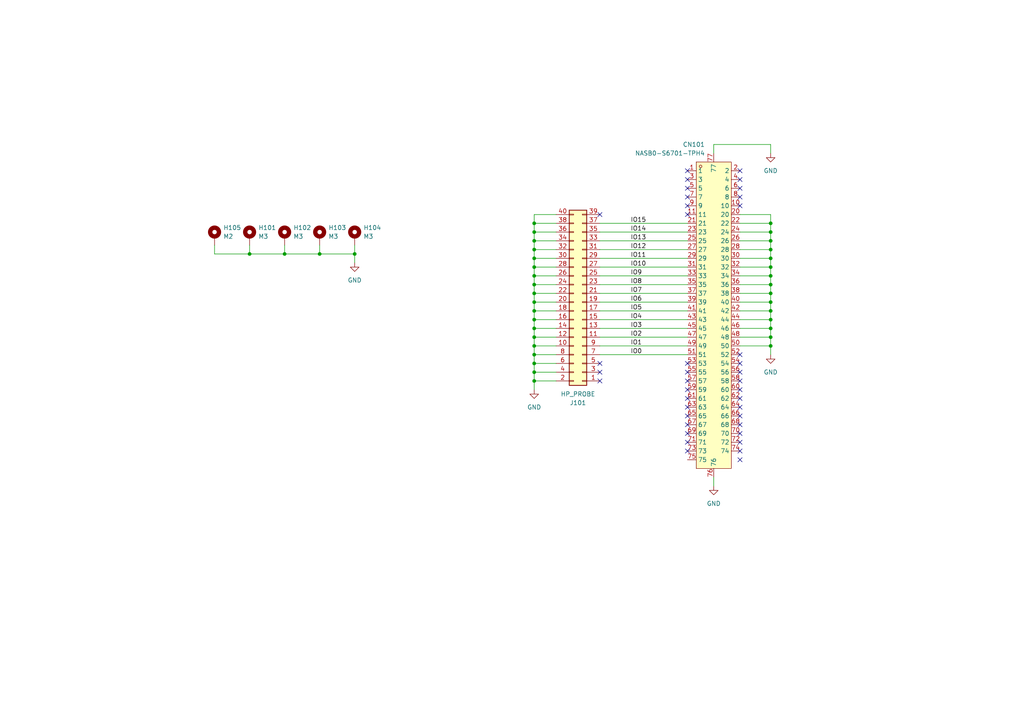
<source format=kicad_sch>
(kicad_sch (version 20230121) (generator eeschema)
  (paper "A4")
  (lib_symbols
    (symbol "Connector_Generic:Conn_02x20_Odd_Even" (pin_names (offset 1.016) hide)
      (property "Reference" "J" (at 1.27 25.4 0))
      (property "Value" "Conn_02x20_Odd_Even" (at 1.27 -27.94 0))
      (symbol "Conn_02x20_Odd_Even_1_1"
        (rectangle (start -1.27 -25.273) (end 0 -25.527) (stroke (width 0.1524)))
        (rectangle (start -1.27 -22.733) (end 0 -22.987) (stroke (width 0.1524)))
        (rectangle (start -1.27 -20.193) (end 0 -20.447) (stroke (width 0.1524)))
        (rectangle (start -1.27 -17.653) (end 0 -17.907) (stroke (width 0.1524)))
        (rectangle (start -1.27 -15.113) (end 0 -15.367) (stroke (width 0.1524)))
        (rectangle (start -1.27 -12.573) (end 0 -12.827) (stroke (width 0.1524)))
        (rectangle (start -1.27 -10.033) (end 0 -10.287) (stroke (width 0.1524)))
        (rectangle (start -1.27 -7.493) (end 0 -7.747) (stroke (width 0.1524)))
        (rectangle (start -1.27 -4.953) (end 0 -5.207) (stroke (width 0.1524)))
        (rectangle (start -1.27 -2.413) (end 0 -2.667) (stroke (width 0.1524)))
        (rectangle (start -1.27 0.127) (end 0 -0.127) (stroke (width 0.1524)))
        (rectangle (start -1.27 2.667) (end 0 2.413) (stroke (width 0.1524)))
        (rectangle (start -1.27 5.207) (end 0 4.953) (stroke (width 0.1524)))
        (rectangle (start -1.27 7.747) (end 0 7.493) (stroke (width 0.1524)))
        (rectangle (start -1.27 10.287) (end 0 10.033) (stroke (width 0.1524)))
        (rectangle (start -1.27 12.827) (end 0 12.573) (stroke (width 0.1524)))
        (rectangle (start -1.27 15.367) (end 0 15.113) (stroke (width 0.1524)))
        (rectangle (start -1.27 17.907) (end 0 17.653) (stroke (width 0.1524)))
        (rectangle (start -1.27 20.447) (end 0 20.193) (stroke (width 0.1524)))
        (rectangle (start -1.27 22.987) (end 0 22.733) (stroke (width 0.1524)))
        (rectangle (start -1.27 24.13) (end 3.81 -26.67) (stroke (width 0.254)) (fill (type background)))
        (rectangle (start 3.81 -25.273) (end 2.54 -25.527) (stroke (width 0.1524)))
        (rectangle (start 3.81 -22.733) (end 2.54 -22.987) (stroke (width 0.1524)))
        (rectangle (start 3.81 -20.193) (end 2.54 -20.447) (stroke (width 0.1524)))
        (rectangle (start 3.81 -17.653) (end 2.54 -17.907) (stroke (width 0.1524)))
        (rectangle (start 3.81 -15.113) (end 2.54 -15.367) (stroke (width 0.1524)))
        (rectangle (start 3.81 -12.573) (end 2.54 -12.827) (stroke (width 0.1524)))
        (rectangle (start 3.81 -10.033) (end 2.54 -10.287) (stroke (width 0.1524)))
        (rectangle (start 3.81 -7.493) (end 2.54 -7.747) (stroke (width 0.1524)))
        (rectangle (start 3.81 -4.953) (end 2.54 -5.207) (stroke (width 0.1524)))
        (rectangle (start 3.81 -2.413) (end 2.54 -2.667) (stroke (width 0.1524)))
        (rectangle (start 3.81 0.127) (end 2.54 -0.127) (stroke (width 0.1524)))
        (rectangle (start 3.81 2.667) (end 2.54 2.413) (stroke (width 0.1524)))
        (rectangle (start 3.81 5.207) (end 2.54 4.953) (stroke (width 0.1524)))
        (rectangle (start 3.81 7.747) (end 2.54 7.493) (stroke (width 0.1524)))
        (rectangle (start 3.81 10.287) (end 2.54 10.033) (stroke (width 0.1524)))
        (rectangle (start 3.81 12.827) (end 2.54 12.573) (stroke (width 0.1524)))
        (rectangle (start 3.81 15.367) (end 2.54 15.113) (stroke (width 0.1524)))
        (rectangle (start 3.81 17.907) (end 2.54 17.653) (stroke (width 0.1524)))
        (rectangle (start 3.81 20.447) (end 2.54 20.193) (stroke (width 0.1524)))
        (rectangle (start 3.81 22.987) (end 2.54 22.733) (stroke (width 0.1524)))
        (pin passive line (at -5.08 22.86 0) (length 3.81) (name "Pin_1") (number "1"))
        (pin passive line (at 7.62 12.7 180) (length 3.81) (name "Pin_10") (number "10"))
        (pin passive line (at -5.08 10.16 0) (length 3.81) (name "Pin_11") (number "11"))
        (pin passive line (at 7.62 10.16 180) (length 3.81) (name "Pin_12") (number "12"))
        (pin passive line (at -5.08 7.62 0) (length 3.81) (name "Pin_13") (number "13"))
        (pin passive line (at 7.62 7.62 180) (length 3.81) (name "Pin_14") (number "14"))
        (pin passive line (at -5.08 5.08 0) (length 3.81) (name "Pin_15") (number "15"))
        (pin passive line (at 7.62 5.08 180) (length 3.81) (name "Pin_16") (number "16"))
        (pin passive line (at -5.08 2.54 0) (length 3.81) (name "Pin_17") (number "17"))
        (pin passive line (at 7.62 2.54 180) (length 3.81) (name "Pin_18") (number "18"))
        (pin passive line (at -5.08 0 0) (length 3.81) (name "Pin_19") (number "19"))
        (pin passive line (at 7.62 22.86 180) (length 3.81) (name "Pin_2") (number "2"))
        (pin passive line (at 7.62 0 180) (length 3.81) (name "Pin_20") (number "20"))
        (pin passive line (at -5.08 -2.54 0) (length 3.81) (name "Pin_21") (number "21"))
        (pin passive line (at 7.62 -2.54 180) (length 3.81) (name "Pin_22") (number "22"))
        (pin passive line (at -5.08 -5.08 0) (length 3.81) (name "Pin_23") (number "23"))
        (pin passive line (at 7.62 -5.08 180) (length 3.81) (name "Pin_24") (number "24"))
        (pin passive line (at -5.08 -7.62 0) (length 3.81) (name "Pin_25") (number "25"))
        (pin passive line (at 7.62 -7.62 180) (length 3.81) (name "Pin_26") (number "26"))
        (pin passive line (at -5.08 -10.16 0) (length 3.81) (name "Pin_27") (number "27"))
        (pin passive line (at 7.62 -10.16 180) (length 3.81) (name "Pin_28") (number "28"))
        (pin passive line (at -5.08 -12.7 0) (length 3.81) (name "Pin_29") (number "29"))
        (pin passive line (at -5.08 20.32 0) (length 3.81) (name "Pin_3") (number "3"))
        (pin passive line (at 7.62 -12.7 180) (length 3.81) (name "Pin_30") (number "30"))
        (pin passive line (at -5.08 -15.24 0) (length 3.81) (name "Pin_31") (number "31"))
        (pin passive line (at 7.62 -15.24 180) (length 3.81) (name "Pin_32") (number "32"))
        (pin passive line (at -5.08 -17.78 0) (length 3.81) (name "Pin_33") (number "33"))
        (pin passive line (at 7.62 -17.78 180) (length 3.81) (name "Pin_34") (number "34"))
        (pin passive line (at -5.08 -20.32 0) (length 3.81) (name "Pin_35") (number "35"))
        (pin passive line (at 7.62 -20.32 180) (length 3.81) (name "Pin_36") (number "36"))
        (pin passive line (at -5.08 -22.86 0) (length 3.81) (name "Pin_37") (number "37"))
        (pin passive line (at 7.62 -22.86 180) (length 3.81) (name "Pin_38") (number "38"))
        (pin passive line (at -5.08 -25.4 0) (length 3.81) (name "Pin_39") (number "39"))
        (pin passive line (at 7.62 20.32 180) (length 3.81) (name "Pin_4") (number "4"))
        (pin passive line (at 7.62 -25.4 180) (length 3.81) (name "Pin_40") (number "40"))
        (pin passive line (at -5.08 17.78 0) (length 3.81) (name "Pin_5") (number "5"))
        (pin passive line (at 7.62 17.78 180) (length 3.81) (name "Pin_6") (number "6"))
        (pin passive line (at -5.08 15.24 0) (length 3.81) (name "Pin_7") (number "7"))
        (pin passive line (at 7.62 15.24 180) (length 3.81) (name "Pin_8") (number "8"))
        (pin passive line (at -5.08 12.7 0) (length 3.81) (name "Pin_9") (number "9"))
      )
    )
    (symbol "Mechanical:MountingHole_Pad" (pin_numbers hide) (pin_names (offset 1.016) hide)
      (property "Reference" "H" (at 0 6.35 0))
      (property "Value" "MountingHole_Pad" (at 0 4.445 0))
      (symbol "MountingHole_Pad_0_1"
        (circle (center 0 1.27) (radius 1.27) (stroke (width 1.27)))
      )
      (symbol "MountingHole_Pad_1_1"
        (pin input line (at 0 -2.54 90) (length 2.54) (name "1") (number "1"))
      )
    )
    (symbol "easyeda2kicad:NASB0-S6701-TPH4"
      (property "Reference" "CN" (at 0 53.34 0))
      (property "Value" "NASB0-S6701-TPH4" (at 0 -50.8 0))
      (symbol "NASB0-S6701-TPH4_0_1"
        (rectangle (start -5.08 45.72) (end 5.08 -43.18) (fill (type background)))
        (circle (center -3.81 44.45) (radius 0.38))
        (pin unspecified line (at -7.62 43.18 0) (length 2.54) (name "1") (number "1"))
        (pin unspecified line (at 7.62 33.02 180) (length 2.54) (name "10") (number "10"))
        (pin unspecified line (at -7.62 30.48 0) (length 2.54) (name "11") (number "11"))
        (pin unspecified line (at 7.62 43.18 180) (length 2.54) (name "2") (number "2"))
        (pin unspecified line (at 7.62 30.48 180) (length 2.54) (name "20") (number "20"))
        (pin unspecified line (at -7.62 27.94 0) (length 2.54) (name "21") (number "21"))
        (pin unspecified line (at 7.62 27.94 180) (length 2.54) (name "22") (number "22"))
        (pin unspecified line (at -7.62 25.4 0) (length 2.54) (name "23") (number "23"))
        (pin unspecified line (at 7.62 25.4 180) (length 2.54) (name "24") (number "24"))
        (pin unspecified line (at -7.62 22.86 0) (length 2.54) (name "25") (number "25"))
        (pin unspecified line (at 7.62 22.86 180) (length 2.54) (name "26") (number "26"))
        (pin unspecified line (at -7.62 20.32 0) (length 2.54) (name "27") (number "27"))
        (pin unspecified line (at 7.62 20.32 180) (length 2.54) (name "28") (number "28"))
        (pin unspecified line (at -7.62 17.78 0) (length 2.54) (name "29") (number "29"))
        (pin unspecified line (at -7.62 40.64 0) (length 2.54) (name "3") (number "3"))
        (pin unspecified line (at 7.62 17.78 180) (length 2.54) (name "30") (number "30"))
        (pin unspecified line (at -7.62 15.24 0) (length 2.54) (name "31") (number "31"))
        (pin unspecified line (at 7.62 15.24 180) (length 2.54) (name "32") (number "32"))
        (pin unspecified line (at -7.62 12.7 0) (length 2.54) (name "33") (number "33"))
        (pin unspecified line (at 7.62 12.7 180) (length 2.54) (name "34") (number "34"))
        (pin unspecified line (at -7.62 10.16 0) (length 2.54) (name "35") (number "35"))
        (pin unspecified line (at 7.62 10.16 180) (length 2.54) (name "36") (number "36"))
        (pin unspecified line (at -7.62 7.62 0) (length 2.54) (name "37") (number "37"))
        (pin unspecified line (at 7.62 7.62 180) (length 2.54) (name "38") (number "38"))
        (pin unspecified line (at -7.62 5.08 0) (length 2.54) (name "39") (number "39"))
        (pin unspecified line (at 7.62 40.64 180) (length 2.54) (name "4") (number "4"))
        (pin unspecified line (at 7.62 5.08 180) (length 2.54) (name "40") (number "40"))
        (pin unspecified line (at -7.62 2.54 0) (length 2.54) (name "41") (number "41"))
        (pin unspecified line (at 7.62 2.54 180) (length 2.54) (name "42") (number "42"))
        (pin unspecified line (at -7.62 0 0) (length 2.54) (name "43") (number "43"))
        (pin unspecified line (at 7.62 0 180) (length 2.54) (name "44") (number "44"))
        (pin unspecified line (at -7.62 -2.54 0) (length 2.54) (name "45") (number "45"))
        (pin unspecified line (at 7.62 -2.54 180) (length 2.54) (name "46") (number "46"))
        (pin unspecified line (at -7.62 -5.08 0) (length 2.54) (name "47") (number "47"))
        (pin unspecified line (at 7.62 -5.08 180) (length 2.54) (name "48") (number "48"))
        (pin unspecified line (at -7.62 -7.62 0) (length 2.54) (name "49") (number "49"))
        (pin unspecified line (at -7.62 38.1 0) (length 2.54) (name "5") (number "5"))
        (pin unspecified line (at 7.62 -7.62 180) (length 2.54) (name "50") (number "50"))
        (pin unspecified line (at -7.62 -10.16 0) (length 2.54) (name "51") (number "51"))
        (pin unspecified line (at 7.62 -10.16 180) (length 2.54) (name "52") (number "52"))
        (pin unspecified line (at -7.62 -12.7 0) (length 2.54) (name "53") (number "53"))
        (pin unspecified line (at 7.62 -12.7 180) (length 2.54) (name "54") (number "54"))
        (pin unspecified line (at -7.62 -15.24 0) (length 2.54) (name "55") (number "55"))
        (pin unspecified line (at 7.62 -15.24 180) (length 2.54) (name "56") (number "56"))
        (pin unspecified line (at -7.62 -17.78 0) (length 2.54) (name "57") (number "57"))
        (pin unspecified line (at 7.62 -17.78 180) (length 2.54) (name "58") (number "58"))
        (pin unspecified line (at -7.62 -20.32 0) (length 2.54) (name "59") (number "59"))
        (pin unspecified line (at 7.62 38.1 180) (length 2.54) (name "6") (number "6"))
        (pin unspecified line (at 7.62 -20.32 180) (length 2.54) (name "60") (number "60"))
        (pin unspecified line (at -7.62 -22.86 0) (length 2.54) (name "61") (number "61"))
        (pin unspecified line (at 7.62 -22.86 180) (length 2.54) (name "62") (number "62"))
        (pin unspecified line (at -7.62 -25.4 0) (length 2.54) (name "63") (number "63"))
        (pin unspecified line (at 7.62 -25.4 180) (length 2.54) (name "64") (number "64"))
        (pin unspecified line (at -7.62 -27.94 0) (length 2.54) (name "65") (number "65"))
        (pin unspecified line (at 7.62 -27.94 180) (length 2.54) (name "66") (number "66"))
        (pin unspecified line (at -7.62 -30.48 0) (length 2.54) (name "67") (number "67"))
        (pin unspecified line (at 7.62 -30.48 180) (length 2.54) (name "68") (number "68"))
        (pin unspecified line (at -7.62 -33.02 0) (length 2.54) (name "69") (number "69"))
        (pin unspecified line (at -7.62 35.56 0) (length 2.54) (name "7") (number "7"))
        (pin unspecified line (at 7.62 -33.02 180) (length 2.54) (name "70") (number "70"))
        (pin unspecified line (at -7.62 -35.56 0) (length 2.54) (name "71") (number "71"))
        (pin unspecified line (at 7.62 -35.56 180) (length 2.54) (name "72") (number "72"))
        (pin unspecified line (at -7.62 -38.1 0) (length 2.54) (name "73") (number "73"))
        (pin unspecified line (at 7.62 -38.1 180) (length 2.54) (name "74") (number "74"))
        (pin unspecified line (at -7.62 -40.64 0) (length 2.54) (name "75") (number "75"))
        (pin unspecified line (at 0 -45.72 90) (length 2.54) (name "76") (number "76"))
        (pin unspecified line (at 0 48.26 270) (length 2.54) (name "77") (number "77"))
        (pin unspecified line (at 7.62 35.56 180) (length 2.54) (name "8") (number "8"))
        (pin unspecified line (at -7.62 33.02 0) (length 2.54) (name "9") (number "9"))
      )
    )
    (symbol "power:GND" (power) (pin_names (offset 0))
      (property "Value" "GND" (at 0 -3.81 0))
      (symbol "GND_0_1"
        (polyline (pts (xy 0 0) (xy 0 -1.27) (xy 1.27 -1.27) (xy 0 -2.54) (xy -1.27 -1.27) (xy 0 -1.27)))
      )
      (symbol "GND_1_1"
        (pin power_in line (at 0 0 270) (length 0) hide (name "GND") (number "1"))
      )
    )
  )
  (junction (at 223.52 64.77))
  (junction (at 223.52 90.17))
  (junction (at 154.94 87.63))
  (junction (at 102.87 73.66))
  (junction (at 154.94 92.71))
  (junction (at 154.94 77.47))
  (junction (at 154.94 67.31))
  (junction (at 154.94 95.25))
  (junction (at 92.71 73.66))
  (junction (at 223.52 67.31))
  (junction (at 223.52 74.93))
  (junction (at 154.94 85.09))
  (junction (at 223.52 85.09))
  (junction (at 154.94 64.77))
  (junction (at 154.94 97.79))
  (junction (at 82.55 73.66))
  (junction (at 223.52 87.63))
  (junction (at 154.94 82.55))
  (junction (at 223.52 77.47))
  (junction (at 223.52 82.55))
  (junction (at 154.94 74.93))
  (junction (at 223.52 100.33))
  (junction (at 154.94 69.85))
  (junction (at 154.94 110.49))
  (junction (at 223.52 92.71))
  (junction (at 223.52 95.25))
  (junction (at 154.94 107.95))
  (junction (at 154.94 105.41))
  (junction (at 223.52 72.39))
  (junction (at 154.94 100.33))
  (junction (at 154.94 102.87))
  (junction (at 154.94 90.17))
  (junction (at 223.52 80.01))
  (junction (at 154.94 72.39))
  (junction (at 223.52 69.85))
  (junction (at 154.94 80.01))
  (junction (at 72.39 73.66))
  (junction (at 223.52 97.79))
  (no_connect (at 214.63 52.07))
  (no_connect (at 214.63 120.65))
  (no_connect (at 199.39 113.03))
  (no_connect (at 199.39 118.11))
  (no_connect (at 214.63 54.61))
  (no_connect (at 173.99 107.95))
  (no_connect (at 214.63 59.69))
  (no_connect (at 214.63 57.15))
  (no_connect (at 214.63 102.87))
  (no_connect (at 214.63 125.73))
  (no_connect (at 214.63 105.41))
  (no_connect (at 214.63 107.95))
  (no_connect (at 199.39 123.19))
  (no_connect (at 214.63 115.57))
  (no_connect (at 199.39 115.57))
  (no_connect (at 199.39 52.07))
  (no_connect (at 214.63 118.11))
  (no_connect (at 199.39 130.81))
  (no_connect (at 199.39 59.69))
  (no_connect (at 173.99 62.23))
  (no_connect (at 199.39 120.65))
  (no_connect (at 199.39 105.41))
  (no_connect (at 199.39 125.73))
  (no_connect (at 199.39 107.95))
  (no_connect (at 214.63 110.49))
  (no_connect (at 199.39 110.49))
  (no_connect (at 199.39 128.27))
  (no_connect (at 214.63 49.53))
  (no_connect (at 214.63 133.35))
  (no_connect (at 214.63 123.19))
  (no_connect (at 214.63 130.81))
  (no_connect (at 214.63 113.03))
  (no_connect (at 199.39 49.53))
  (no_connect (at 199.39 62.23))
  (no_connect (at 214.63 128.27))
  (no_connect (at 199.39 57.15))
  (no_connect (at 173.99 105.41))
  (no_connect (at 199.39 54.61))
  (no_connect (at 173.99 110.49))
  (wire (pts (xy 223.52 90.17) (xy 223.52 92.71)))
  (wire (pts (xy 214.63 67.31) (xy 223.52 67.31)))
  (wire (pts (xy 214.63 97.79) (xy 223.52 97.79)))
  (wire (pts (xy 154.94 64.77) (xy 161.29 64.77)))
  (wire (pts (xy 154.94 110.49) (xy 161.29 110.49)))
  (wire (pts (xy 223.52 87.63) (xy 223.52 90.17)))
  (wire (pts (xy 173.99 67.31) (xy 199.39 67.31)))
  (wire (pts (xy 92.71 73.66) (xy 102.87 73.66)))
  (wire (pts (xy 154.94 80.01) (xy 161.29 80.01)))
  (wire (pts (xy 173.99 90.17) (xy 199.39 90.17)))
  (wire (pts (xy 223.52 97.79) (xy 223.52 100.33)))
  (wire (pts (xy 173.99 69.85) (xy 199.39 69.85)))
  (wire (pts (xy 62.23 71.12) (xy 62.23 73.66)))
  (wire (pts (xy 173.99 74.93) (xy 199.39 74.93)))
  (wire (pts (xy 173.99 87.63) (xy 199.39 87.63)))
  (wire (pts (xy 207.01 44.45) (xy 207.01 41.91)))
  (wire (pts (xy 154.94 95.25) (xy 161.29 95.25)))
  (wire (pts (xy 214.63 92.71) (xy 223.52 92.71)))
  (wire (pts (xy 214.63 77.47) (xy 223.52 77.47)))
  (wire (pts (xy 154.94 90.17) (xy 161.29 90.17)))
  (wire (pts (xy 154.94 105.41) (xy 161.29 105.41)))
  (wire (pts (xy 102.87 71.12) (xy 102.87 73.66)))
  (wire (pts (xy 214.63 80.01) (xy 223.52 80.01)))
  (wire (pts (xy 214.63 72.39) (xy 223.52 72.39)))
  (wire (pts (xy 154.94 72.39) (xy 161.29 72.39)))
  (wire (pts (xy 223.52 92.71) (xy 223.52 95.25)))
  (wire (pts (xy 173.99 85.09) (xy 199.39 85.09)))
  (wire (pts (xy 173.99 95.25) (xy 199.39 95.25)))
  (wire (pts (xy 154.94 87.63) (xy 154.94 90.17)))
  (wire (pts (xy 154.94 107.95) (xy 154.94 110.49)))
  (wire (pts (xy 207.01 138.43) (xy 207.01 140.97)))
  (wire (pts (xy 72.39 73.66) (xy 82.55 73.66)))
  (wire (pts (xy 161.29 62.23) (xy 154.94 62.23)))
  (wire (pts (xy 154.94 64.77) (xy 154.94 67.31)))
  (wire (pts (xy 223.52 69.85) (xy 223.52 72.39)))
  (wire (pts (xy 154.94 62.23) (xy 154.94 64.77)))
  (wire (pts (xy 154.94 107.95) (xy 161.29 107.95)))
  (wire (pts (xy 154.94 92.71) (xy 154.94 95.25)))
  (wire (pts (xy 154.94 102.87) (xy 154.94 105.41)))
  (wire (pts (xy 173.99 64.77) (xy 199.39 64.77)))
  (wire (pts (xy 173.99 80.01) (xy 199.39 80.01)))
  (wire (pts (xy 154.94 80.01) (xy 154.94 82.55)))
  (wire (pts (xy 154.94 74.93) (xy 154.94 77.47)))
  (wire (pts (xy 207.01 41.91) (xy 223.52 41.91)))
  (wire (pts (xy 214.63 85.09) (xy 223.52 85.09)))
  (wire (pts (xy 173.99 77.47) (xy 199.39 77.47)))
  (wire (pts (xy 214.63 82.55) (xy 223.52 82.55)))
  (wire (pts (xy 173.99 82.55) (xy 199.39 82.55)))
  (wire (pts (xy 214.63 62.23) (xy 223.52 62.23)))
  (wire (pts (xy 92.71 71.12) (xy 92.71 73.66)))
  (wire (pts (xy 214.63 74.93) (xy 223.52 74.93)))
  (wire (pts (xy 154.94 110.49) (xy 154.94 113.03)))
  (wire (pts (xy 154.94 82.55) (xy 154.94 85.09)))
  (wire (pts (xy 223.52 85.09) (xy 223.52 87.63)))
  (wire (pts (xy 173.99 102.87) (xy 199.39 102.87)))
  (wire (pts (xy 214.63 69.85) (xy 223.52 69.85)))
  (wire (pts (xy 82.55 73.66) (xy 92.71 73.66)))
  (wire (pts (xy 154.94 95.25) (xy 154.94 97.79)))
  (wire (pts (xy 223.52 74.93) (xy 223.52 77.47)))
  (wire (pts (xy 223.52 72.39) (xy 223.52 74.93)))
  (wire (pts (xy 154.94 102.87) (xy 161.29 102.87)))
  (wire (pts (xy 173.99 100.33) (xy 199.39 100.33)))
  (wire (pts (xy 154.94 85.09) (xy 161.29 85.09)))
  (wire (pts (xy 154.94 67.31) (xy 161.29 67.31)))
  (wire (pts (xy 223.52 62.23) (xy 223.52 64.77)))
  (wire (pts (xy 154.94 97.79) (xy 154.94 100.33)))
  (wire (pts (xy 154.94 85.09) (xy 154.94 87.63)))
  (wire (pts (xy 223.52 77.47) (xy 223.52 80.01)))
  (wire (pts (xy 214.63 87.63) (xy 223.52 87.63)))
  (wire (pts (xy 154.94 67.31) (xy 154.94 69.85)))
  (wire (pts (xy 223.52 95.25) (xy 223.52 97.79)))
  (wire (pts (xy 154.94 97.79) (xy 161.29 97.79)))
  (wire (pts (xy 62.23 73.66) (xy 72.39 73.66)))
  (wire (pts (xy 154.94 82.55) (xy 161.29 82.55)))
  (wire (pts (xy 154.94 100.33) (xy 154.94 102.87)))
  (wire (pts (xy 154.94 87.63) (xy 161.29 87.63)))
  (wire (pts (xy 223.52 64.77) (xy 223.52 67.31)))
  (wire (pts (xy 173.99 72.39) (xy 199.39 72.39)))
  (wire (pts (xy 223.52 80.01) (xy 223.52 82.55)))
  (wire (pts (xy 154.94 69.85) (xy 154.94 72.39)))
  (wire (pts (xy 154.94 77.47) (xy 154.94 80.01)))
  (wire (pts (xy 173.99 92.71) (xy 199.39 92.71)))
  (wire (pts (xy 214.63 64.77) (xy 223.52 64.77)))
  (wire (pts (xy 154.94 90.17) (xy 154.94 92.71)))
  (wire (pts (xy 223.52 82.55) (xy 223.52 85.09)))
  (wire (pts (xy 173.99 97.79) (xy 199.39 97.79)))
  (wire (pts (xy 154.94 72.39) (xy 154.94 74.93)))
  (wire (pts (xy 154.94 77.47) (xy 161.29 77.47)))
  (wire (pts (xy 214.63 90.17) (xy 223.52 90.17)))
  (wire (pts (xy 154.94 92.71) (xy 161.29 92.71)))
  (wire (pts (xy 154.94 105.41) (xy 154.94 107.95)))
  (wire (pts (xy 223.52 67.31) (xy 223.52 69.85)))
  (wire (pts (xy 102.87 73.66) (xy 102.87 76.2)))
  (wire (pts (xy 154.94 100.33) (xy 161.29 100.33)))
  (wire (pts (xy 214.63 95.25) (xy 223.52 95.25)))
  (wire (pts (xy 214.63 100.33) (xy 223.52 100.33)))
  (wire (pts (xy 154.94 69.85) (xy 161.29 69.85)))
  (wire (pts (xy 154.94 74.93) (xy 161.29 74.93)))
  (wire (pts (xy 82.55 71.12) (xy 82.55 73.66)))
  (wire (pts (xy 223.52 100.33) (xy 223.52 102.87)))
  (wire (pts (xy 72.39 71.12) (xy 72.39 73.66)))
  (wire (pts (xy 223.52 41.91) (xy 223.52 44.45)))
  (label "IO10" (at 182.88 77.47 0))
  (label "IO14" (at 182.88 67.31 0))
  (label "IO1" (at 182.88 100.33 0))
  (label "IO13" (at 182.88 69.85 0))
  (label "IO3" (at 182.88 95.25 0))
  (label "IO11" (at 182.88 74.93 0))
  (label "IO7" (at 182.88 85.09 0))
  (label "IO6" (at 182.88 87.63 0))
  (label "IO9" (at 182.88 80.01 0))
  (label "IO15" (at 182.88 64.77 0))
  (label "IO12" (at 182.88 72.39 0))
  (label "IO0" (at 182.88 102.87 0))
  (label "IO2" (at 182.88 97.79 0))
  (label "IO8" (at 182.88 82.55 0))
  (label "IO5" (at 182.88 90.17 0))
  (label "IO4" (at 182.88 92.71 0))
  (symbol (lib_id "power:GND") (at 223.52 44.45 0) (unit 1)
    (property "Reference" "#PWR0108" (effects hide))
    (property "Value" "GND" (at 223.52 49.53 0))
  )
  (symbol (lib_id "power:GND") (at 102.87 76.2 0) (unit 1)
    (property "Reference" "#PWR0106" (effects hide))
    (property "Value" "GND" (at 102.87 81.28 0))
  )
  (symbol (lib_id "power:GND") (at 223.52 102.87 0) (unit 1)
    (property "Reference" "#PWR0101" (effects hide))
    (property "Value" "GND" (at 223.52 107.95 0))
  )
  (symbol (lib_id "easyeda2kicad:NASB0-S6701-TPH4") (at 207.01 92.71 0) (unit 1)
    (property "Reference" "CN101" (at 204.47 41.91 0) (effects (justify right)))
    (property "Value" "NASB0-S6701-TPH4" (at 204.47 44.45 0) (effects (justify right)))
    (property "Footprint" "easyeda2kicad:CONN-SMD_NXSB0-S67XX-XXH4" (effects hide))
    (property "Datasheet" "https://lcsc.com/product-detail/Card-Edge-Connectors_Argosy-Research-Inc-NASB0-S6701-TPH4_C367030.html" (effects hide))
    (property "LCSC Part" "C367030" (effects hide))
  )
  (symbol (lib_id "power:GND") (at 207.01 140.97 0) (unit 1)
    (property "Reference" "#PWR0107" (effects hide))
    (property "Value" "GND" (at 207.01 146.05 0))
  )
  (symbol (lib_id "Mechanical:MountingHole_Pad") (at 62.23 68.58 0) (unit 1)
    (property "Reference" "H105" (at 64.77 66.04 0) (effects (justify left)))
    (property "Value" "M2" (at 64.77 68.58 0) (effects (justify left)))
    (property "Footprint" "MountingHole:MountingHole_2.2mm_M2_DIN965_Pad" (effects hide))
  )
  (symbol (lib_id "Mechanical:MountingHole_Pad") (at 102.87 68.58 0) (unit 1)
    (property "Reference" "H104" (at 105.41 66.04 0) (effects (justify left)))
    (property "Value" "M3" (at 105.41 68.58 0) (effects (justify left)))
    (property "Footprint" "MountingHole:MountingHole_3mm_Pad" (effects hide))
  )
  (symbol (lib_id "power:GND") (at 154.94 113.03 0) (unit 1)
    (property "Reference" "#PWR0102" (effects hide))
    (property "Value" "GND" (at 154.94 118.11 0))
  )
  (symbol (lib_id "Mechanical:MountingHole_Pad") (at 82.55 68.58 0) (unit 1)
    (property "Reference" "H102" (at 85.09 66.04 0) (effects (justify left)))
    (property "Value" "M3" (at 85.09 68.58 0) (effects (justify left)))
    (property "Footprint" "MountingHole:MountingHole_3mm_Pad" (effects hide))
  )
  (symbol (lib_id "Mechanical:MountingHole_Pad") (at 72.39 68.58 0) (unit 1)
    (property "Reference" "H101" (at 74.93 66.04 0) (effects (justify left)))
    (property "Value" "M3" (at 74.93 68.58 0) (effects (justify left)))
    (property "Footprint" "MountingHole:MountingHole_3mm_Pad" (effects hide))
  )
  (symbol (lib_id "Connector_Generic:Conn_02x20_Odd_Even") (at 168.91 87.63 180) (unit 1)
    (property "Reference" "J101" (at 167.64 116.84 0))
    (property "Value" "HP_PROBE" (at 167.64 114.3 0))
    (property "Footprint" "Connector_IDC:IDC-Header_2x20_P2.54mm_Latch_Horizontal" (effects hide))
  )
  (symbol (lib_id "Mechanical:MountingHole_Pad") (at 92.71 68.58 0) (unit 1)
    (property "Reference" "H103" (at 95.25 66.04 0) (effects (justify left)))
    (property "Value" "M3" (at 95.25 68.58 0) (effects (justify left)))
    (property "Footprint" "MountingHole:MountingHole_3mm_Pad" (effects hide))
  )
)
</source>
